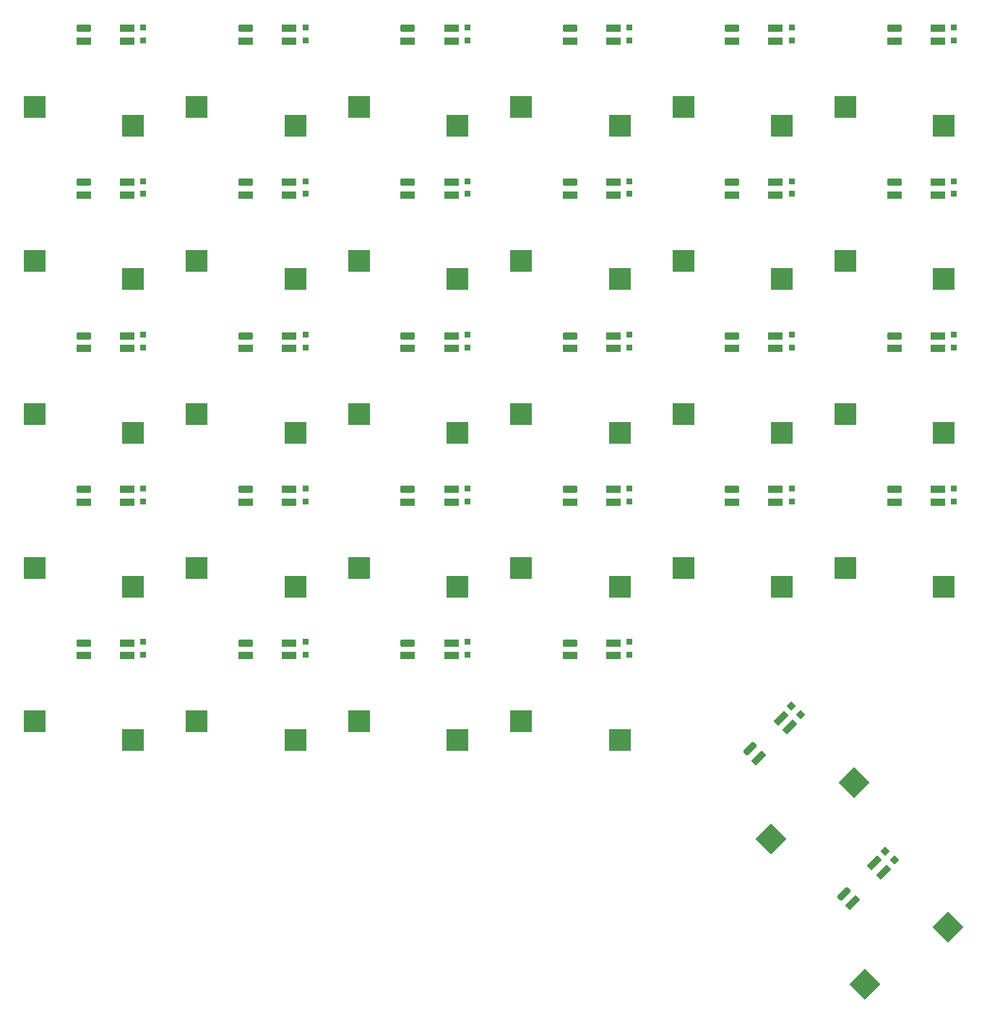
<source format=gbr>
%TF.GenerationSoftware,KiCad,Pcbnew,(6.0.2)*%
%TF.CreationDate,2022-04-13T18:01:38+02:00*%
%TF.ProjectId,SPKB,53504b42-2e6b-4696-9361-645f70636258,rev?*%
%TF.SameCoordinates,Original*%
%TF.FileFunction,Paste,Bot*%
%TF.FilePolarity,Positive*%
%FSLAX46Y46*%
G04 Gerber Fmt 4.6, Leading zero omitted, Abs format (unit mm)*
G04 Created by KiCad (PCBNEW (6.0.2)) date 2022-04-13 18:01:38*
%MOMM*%
%LPD*%
G01*
G04 APERTURE LIST*
G04 Aperture macros list*
%AMRoundRect*
0 Rectangle with rounded corners*
0 $1 Rounding radius*
0 $2 $3 $4 $5 $6 $7 $8 $9 X,Y pos of 4 corners*
0 Add a 4 corners polygon primitive as box body*
4,1,4,$2,$3,$4,$5,$6,$7,$8,$9,$2,$3,0*
0 Add four circle primitives for the rounded corners*
1,1,$1+$1,$2,$3*
1,1,$1+$1,$4,$5*
1,1,$1+$1,$6,$7*
1,1,$1+$1,$8,$9*
0 Add four rect primitives between the rounded corners*
20,1,$1+$1,$2,$3,$4,$5,0*
20,1,$1+$1,$4,$5,$6,$7,0*
20,1,$1+$1,$6,$7,$8,$9,0*
20,1,$1+$1,$8,$9,$2,$3,0*%
%AMRotRect*
0 Rectangle, with rotation*
0 The origin of the aperture is its center*
0 $1 length*
0 $2 width*
0 $3 Rotation angle, in degrees counterclockwise*
0 Add horizontal line*
21,1,$1,$2,0,0,$3*%
G04 Aperture macros list end*
%ADD10R,2.600000X2.600000*%
%ADD11RoundRect,0.205000X-0.645000X-0.205000X0.645000X-0.205000X0.645000X0.205000X-0.645000X0.205000X0*%
%ADD12R,0.750000X0.800000*%
%ADD13R,1.700000X0.820000*%
%ADD14RotRect,2.600000X2.600000X45.000000*%
%ADD15RoundRect,0.205000X-0.311127X-0.601041X0.601041X0.311127X0.311127X0.601041X-0.601041X-0.311127X0*%
%ADD16RotRect,0.800000X0.750000X135.000000*%
%ADD17RotRect,1.700000X0.820000X45.000000*%
G04 APERTURE END LIST*
D10*
%TO.C,SW20*%
X99275000Y-60950000D03*
X87725000Y-58750000D03*
D11*
X93450000Y-49560000D03*
D12*
X100450000Y-50950000D03*
D13*
X93450000Y-51060000D03*
X98550000Y-51060000D03*
X98550000Y-49560000D03*
D12*
X100450000Y-49450000D03*
%TD*%
D10*
%TO.C,SW22*%
X99275000Y-96950000D03*
X87725000Y-94750000D03*
D11*
X93450000Y-85560000D03*
D13*
X93450000Y-87060000D03*
D12*
X100450000Y-86950000D03*
D13*
X98550000Y-87060000D03*
X98550000Y-85560000D03*
D12*
X100450000Y-85450000D03*
%TD*%
D10*
%TO.C,SW0*%
X137275000Y-60950000D03*
X125725000Y-58750000D03*
D11*
X131450000Y-49560000D03*
D12*
X138450000Y-50950000D03*
D13*
X131450000Y-51060000D03*
X136550000Y-51060000D03*
X136550000Y-49560000D03*
D12*
X138450000Y-49450000D03*
%TD*%
D10*
%TO.C,SW21*%
X99275000Y-78950000D03*
X87725000Y-76750000D03*
D11*
X93450000Y-67560000D03*
D12*
X100450000Y-68950000D03*
D13*
X93450000Y-69060000D03*
X98550000Y-69060000D03*
X98550000Y-67560000D03*
D12*
X100450000Y-67450000D03*
%TD*%
D10*
%TO.C,SW52*%
X42275000Y-96950000D03*
X30725000Y-94750000D03*
D11*
X36450000Y-85560000D03*
D12*
X43450000Y-86950000D03*
D13*
X36450000Y-87060000D03*
X41550000Y-87060000D03*
X41550000Y-85560000D03*
D12*
X43450000Y-85450000D03*
%TD*%
D10*
%TO.C,SW54*%
X42275000Y-132950000D03*
X30725000Y-130750000D03*
D11*
X36450000Y-121560000D03*
D12*
X43450000Y-122950000D03*
D13*
X36450000Y-123060000D03*
X41550000Y-123060000D03*
X41550000Y-121560000D03*
D12*
X43450000Y-121450000D03*
%TD*%
D10*
%TO.C,SW34*%
X80275000Y-132950000D03*
X68725000Y-130750000D03*
D11*
X74450000Y-121560000D03*
D12*
X81450000Y-122950000D03*
D13*
X74450000Y-123060000D03*
X79550000Y-123060000D03*
X79550000Y-121560000D03*
D12*
X81450000Y-121450000D03*
%TD*%
D10*
%TO.C,SW50*%
X42275000Y-60950000D03*
X30725000Y-58750000D03*
D11*
X36450000Y-49560000D03*
D12*
X43450000Y-50950000D03*
D13*
X36450000Y-51060000D03*
X41550000Y-51060000D03*
X41550000Y-49560000D03*
D12*
X43450000Y-49450000D03*
%TD*%
D10*
%TO.C,SW13*%
X118275000Y-114950000D03*
X106725000Y-112750000D03*
D11*
X112450000Y-103560000D03*
D12*
X119450000Y-104950000D03*
D13*
X112450000Y-105060000D03*
X117550000Y-105060000D03*
D12*
X119450000Y-103450000D03*
D13*
X117550000Y-103560000D03*
%TD*%
D10*
%TO.C,SW32*%
X80275000Y-96950000D03*
X68725000Y-94750000D03*
D11*
X74450000Y-85560000D03*
D13*
X74450000Y-87060000D03*
D12*
X81450000Y-86950000D03*
D13*
X79550000Y-87060000D03*
D12*
X81450000Y-85450000D03*
D13*
X79550000Y-85560000D03*
%TD*%
D10*
%TO.C,SW41*%
X61275000Y-78950000D03*
X49725000Y-76750000D03*
D11*
X55450000Y-67560000D03*
D12*
X62450000Y-68950000D03*
D13*
X55450000Y-69060000D03*
X60550000Y-69060000D03*
D12*
X62450000Y-67450000D03*
D13*
X60550000Y-67560000D03*
%TD*%
D10*
%TO.C,SW44*%
X61275000Y-132950000D03*
X49725000Y-130750000D03*
D11*
X55450000Y-121560000D03*
D13*
X55450000Y-123060000D03*
D12*
X62450000Y-122950000D03*
D13*
X60550000Y-123060000D03*
X60550000Y-121560000D03*
D12*
X62450000Y-121450000D03*
%TD*%
D10*
%TO.C,SW11*%
X118275000Y-78950000D03*
X106725000Y-76750000D03*
D11*
X112450000Y-67560000D03*
D13*
X112450000Y-69060000D03*
D12*
X119450000Y-68950000D03*
D13*
X117550000Y-69060000D03*
D12*
X119450000Y-67450000D03*
D13*
X117550000Y-67560000D03*
%TD*%
D10*
%TO.C,SW42*%
X61275000Y-96950000D03*
X49725000Y-94750000D03*
D11*
X55450000Y-85560000D03*
D12*
X62450000Y-86950000D03*
D13*
X55450000Y-87060000D03*
X60550000Y-87060000D03*
D12*
X62450000Y-85450000D03*
D13*
X60550000Y-85560000D03*
%TD*%
D10*
%TO.C,SW3*%
X137275000Y-114950000D03*
X125725000Y-112750000D03*
D11*
X131450000Y-103560000D03*
D13*
X131450000Y-105060000D03*
D12*
X138450000Y-104950000D03*
D13*
X136550000Y-105060000D03*
X136550000Y-103560000D03*
D12*
X138450000Y-103450000D03*
%TD*%
D10*
%TO.C,SW24*%
X99275000Y-132950000D03*
X87725000Y-130750000D03*
D11*
X93450000Y-121560000D03*
D13*
X93450000Y-123060000D03*
D12*
X100450000Y-122950000D03*
D13*
X98550000Y-123060000D03*
D12*
X100450000Y-121450000D03*
D13*
X98550000Y-121560000D03*
%TD*%
D14*
%TO.C,SW14*%
X126723060Y-137891511D03*
X117000342Y-144502959D03*
D15*
X114550217Y-133956461D03*
D16*
X120482843Y-129989592D03*
D17*
X115610877Y-135017122D03*
X119217122Y-131410877D03*
D16*
X119422183Y-128928932D03*
D17*
X118156461Y-130350217D03*
%TD*%
D10*
%TO.C,SW33*%
X80275000Y-114950000D03*
X68725000Y-112750000D03*
D11*
X74450000Y-103560000D03*
D13*
X74450000Y-105060000D03*
D12*
X81450000Y-104950000D03*
D13*
X79550000Y-105060000D03*
D12*
X81450000Y-103450000D03*
D13*
X79550000Y-103560000D03*
%TD*%
D10*
%TO.C,SW1*%
X137275000Y-78950000D03*
X125725000Y-76750000D03*
D11*
X131450000Y-67560000D03*
D12*
X138450000Y-68950000D03*
D13*
X131450000Y-69060000D03*
X136550000Y-69060000D03*
D12*
X138450000Y-67450000D03*
D13*
X136550000Y-67560000D03*
%TD*%
D10*
%TO.C,SW23*%
X99275000Y-114950000D03*
X87725000Y-112750000D03*
D11*
X93450000Y-103560000D03*
D12*
X100450000Y-104950000D03*
D13*
X93450000Y-105060000D03*
X98550000Y-105060000D03*
X98550000Y-103560000D03*
D12*
X100450000Y-103450000D03*
%TD*%
D10*
%TO.C,SW30*%
X80275000Y-60950000D03*
X68725000Y-58750000D03*
D11*
X74450000Y-49560000D03*
D13*
X74450000Y-51060000D03*
D12*
X81450000Y-50950000D03*
D13*
X79550000Y-51060000D03*
D12*
X81450000Y-49450000D03*
D13*
X79550000Y-49560000D03*
%TD*%
D14*
%TO.C,SW4*%
X137723060Y-154891511D03*
X128000342Y-161502959D03*
D15*
X125550217Y-150956461D03*
D17*
X126610877Y-152017122D03*
D16*
X131482843Y-146989592D03*
D17*
X130217122Y-148410877D03*
X129156461Y-147350217D03*
D16*
X130422183Y-145928932D03*
%TD*%
D10*
%TO.C,SW43*%
X61275000Y-114950000D03*
X49725000Y-112750000D03*
D11*
X55450000Y-103560000D03*
D12*
X62450000Y-104950000D03*
D13*
X55450000Y-105060000D03*
X60550000Y-105060000D03*
D12*
X62450000Y-103450000D03*
D13*
X60550000Y-103560000D03*
%TD*%
D10*
%TO.C,SW2*%
X137275000Y-96950000D03*
X125725000Y-94750000D03*
D11*
X131450000Y-85560000D03*
D12*
X138450000Y-86950000D03*
D13*
X131450000Y-87060000D03*
X136550000Y-87060000D03*
D12*
X138450000Y-85450000D03*
D13*
X136550000Y-85560000D03*
%TD*%
D10*
%TO.C,SW12*%
X118275000Y-96950000D03*
X106725000Y-94750000D03*
D11*
X112450000Y-85560000D03*
D13*
X112450000Y-87060000D03*
D12*
X119450000Y-86950000D03*
D13*
X117550000Y-87060000D03*
X117550000Y-85560000D03*
D12*
X119450000Y-85450000D03*
%TD*%
D10*
%TO.C,SW31*%
X80275000Y-78950000D03*
X68725000Y-76750000D03*
D11*
X74450000Y-67560000D03*
D12*
X81450000Y-68950000D03*
D13*
X74450000Y-69060000D03*
X79550000Y-69060000D03*
D12*
X81450000Y-67450000D03*
D13*
X79550000Y-67560000D03*
%TD*%
D10*
%TO.C,SW51*%
X42275000Y-78950000D03*
X30725000Y-76750000D03*
D11*
X36450000Y-67560000D03*
D13*
X36450000Y-69060000D03*
D12*
X43450000Y-68950000D03*
D13*
X41550000Y-69060000D03*
D12*
X43450000Y-67450000D03*
D13*
X41550000Y-67560000D03*
%TD*%
D10*
%TO.C,SW40*%
X61275000Y-60950000D03*
X49725000Y-58750000D03*
D11*
X55450000Y-49560000D03*
D13*
X55450000Y-51060000D03*
D12*
X62450000Y-50950000D03*
D13*
X60550000Y-51060000D03*
X60550000Y-49560000D03*
D12*
X62450000Y-49450000D03*
%TD*%
D10*
%TO.C,SW10*%
X118275000Y-60950000D03*
X106725000Y-58750000D03*
D11*
X112450000Y-49560000D03*
D12*
X119450000Y-50950000D03*
D13*
X112450000Y-51060000D03*
X117550000Y-51060000D03*
X117550000Y-49560000D03*
D12*
X119450000Y-49450000D03*
%TD*%
D10*
%TO.C,SW53*%
X42275000Y-114950000D03*
X30725000Y-112750000D03*
D11*
X36450000Y-103560000D03*
D12*
X43450000Y-104950000D03*
D13*
X36450000Y-105060000D03*
X41550000Y-105060000D03*
X41550000Y-103560000D03*
D12*
X43450000Y-103450000D03*
%TD*%
M02*

</source>
